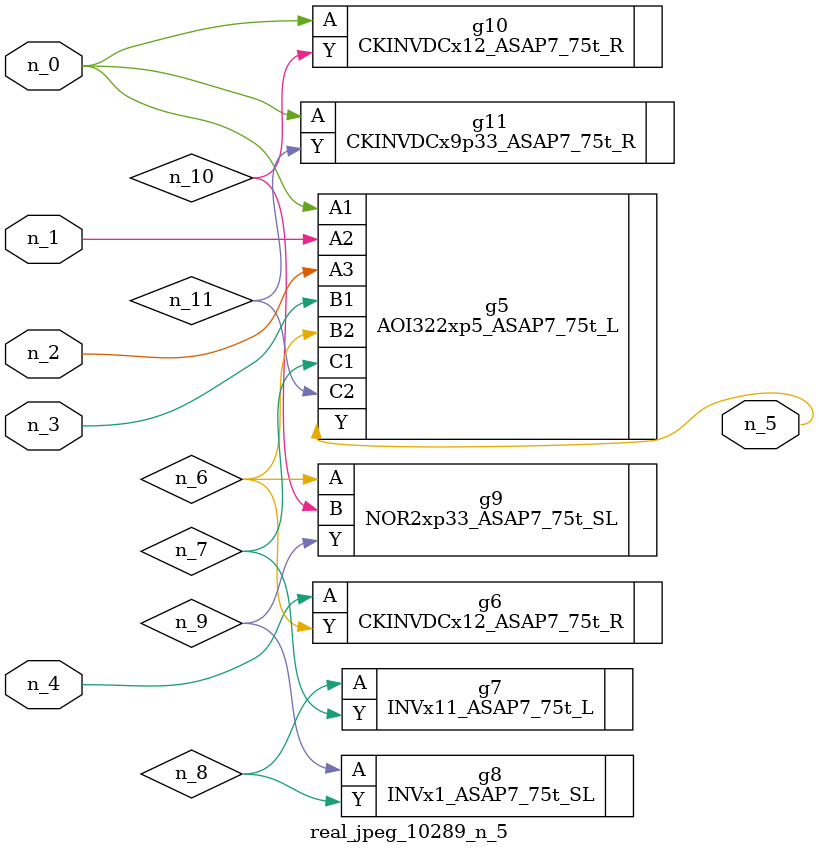
<source format=v>
module real_jpeg_10289_n_5 (n_4, n_0, n_1, n_2, n_3, n_5);

input n_4;
input n_0;
input n_1;
input n_2;
input n_3;

output n_5;

wire n_8;
wire n_11;
wire n_6;
wire n_7;
wire n_10;
wire n_9;

AOI322xp5_ASAP7_75t_L g5 ( 
.A1(n_0),
.A2(n_1),
.A3(n_2),
.B1(n_3),
.B2(n_6),
.C1(n_7),
.C2(n_11),
.Y(n_5)
);

CKINVDCx12_ASAP7_75t_R g10 ( 
.A(n_0),
.Y(n_10)
);

CKINVDCx9p33_ASAP7_75t_R g11 ( 
.A(n_0),
.Y(n_11)
);

CKINVDCx12_ASAP7_75t_R g6 ( 
.A(n_4),
.Y(n_6)
);

NOR2xp33_ASAP7_75t_SL g9 ( 
.A(n_6),
.B(n_10),
.Y(n_9)
);

INVx11_ASAP7_75t_L g7 ( 
.A(n_8),
.Y(n_7)
);

INVx1_ASAP7_75t_SL g8 ( 
.A(n_9),
.Y(n_8)
);


endmodule
</source>
